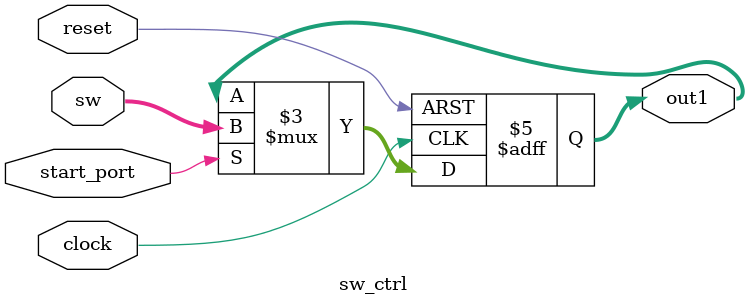
<source format=v>
`timescale 1ns / 1ps
module sw_ctrl(clock, reset, start_port, sw, out1);
  // IN
  input clock;
  input reset;
  input start_port;
  input [15:0] sw;
  // OUT
  output [15:0] out1;
  reg [15:0] out1;
  always @(posedge clock or negedge reset)
  begin
    if (!reset)
    begin
      out1<=0;
    end
    else
    begin
      if(start_port) out1<=sw;
    end
  end
endmodule


</source>
